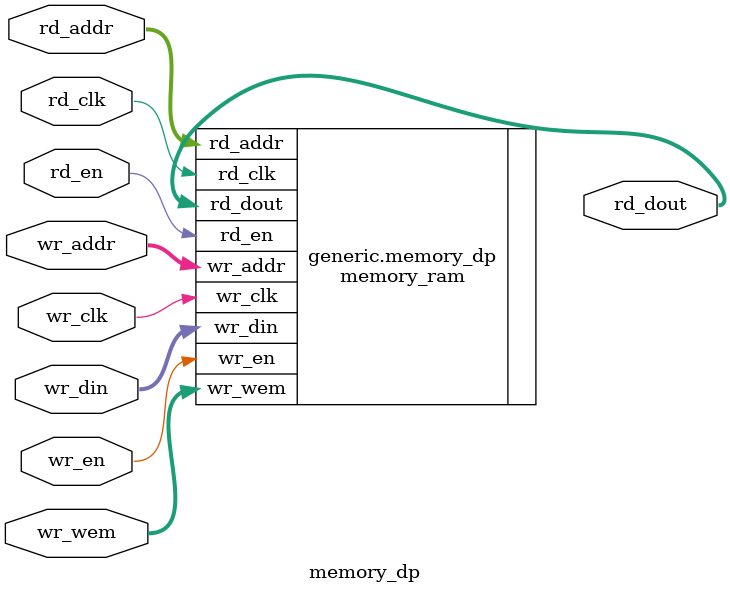
<source format=v>
module memory_dp # (parameter DW    = 104,      //memory width
		       parameter DEPTH = 32,       //memory depth
		       parameter PROJ  = "",       //project name
		       parameter MCW   = 8,         //repair/config vector width
		       parameter AW    = $clog2(DEPTH) // address bus width
		       ) 
   (// Memory interface (dual port)
    input 	    wr_clk, //write clock
    input 	    wr_en, //write enable
    input [DW-1:0]  wr_wem, //per bit write enable
    input [AW-1:0]  wr_addr,//write address
    input [DW-1:0]  wr_din, //write data
    input 	    rd_clk, //read clock
    input 	    rd_en, //read enable
    input [AW-1:0]  rd_addr,//read address
    output [DW-1:0] rd_dout,//read output data
    );
   
   generate
	begin : generic
	   memory_ram #(.DW(DW),
			   .DEPTH(DEPTH))	     
	   memory_dp (//read port
		      .rd_dout	(rd_dout[DW-1:0]),
		      .rd_clk	(rd_clk),
		      .rd_en	(rd_en),
		      .rd_addr	(rd_addr[AW-1:0]),
		      //write port
		      .wr_en	(wr_en),
		      .wr_clk	(wr_clk),
		      .wr_addr	(wr_addr[AW-1:0]),
		      .wr_wem	(wr_wem[DW-1:0]),
		      .wr_din	(wr_din[DW-1:0]));
	end
   endgenerate
      
endmodule // memory_dp
</source>
